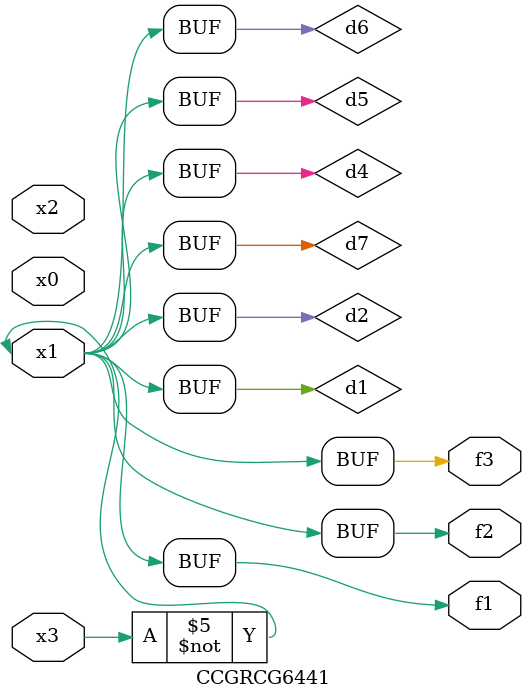
<source format=v>
module CCGRCG6441(
	input x0, x1, x2, x3,
	output f1, f2, f3
);

	wire d1, d2, d3, d4, d5, d6, d7;

	not (d1, x3);
	buf (d2, x1);
	xnor (d3, d1, d2);
	nor (d4, d1);
	buf (d5, d1, d2);
	buf (d6, d4, d5);
	nand (d7, d4);
	assign f1 = d6;
	assign f2 = d7;
	assign f3 = d6;
endmodule

</source>
